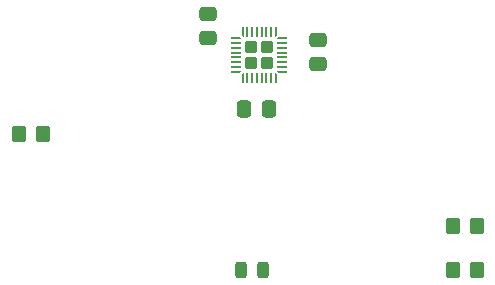
<source format=gbr>
%TF.GenerationSoftware,KiCad,Pcbnew,8.0.7+1*%
%TF.CreationDate,2025-02-19T14:48:18+01:00*%
%TF.ProjectId,ts15-rpi-shield,74733135-2d72-4706-992d-736869656c64,rev?*%
%TF.SameCoordinates,Original*%
%TF.FileFunction,Paste,Top*%
%TF.FilePolarity,Positive*%
%FSLAX46Y46*%
G04 Gerber Fmt 4.6, Leading zero omitted, Abs format (unit mm)*
G04 Created by KiCad (PCBNEW 8.0.7+1) date 2025-02-19 14:48:18*
%MOMM*%
%LPD*%
G01*
G04 APERTURE LIST*
G04 Aperture macros list*
%AMRoundRect*
0 Rectangle with rounded corners*
0 $1 Rounding radius*
0 $2 $3 $4 $5 $6 $7 $8 $9 X,Y pos of 4 corners*
0 Add a 4 corners polygon primitive as box body*
4,1,4,$2,$3,$4,$5,$6,$7,$8,$9,$2,$3,0*
0 Add four circle primitives for the rounded corners*
1,1,$1+$1,$2,$3*
1,1,$1+$1,$4,$5*
1,1,$1+$1,$6,$7*
1,1,$1+$1,$8,$9*
0 Add four rect primitives between the rounded corners*
20,1,$1+$1,$2,$3,$4,$5,0*
20,1,$1+$1,$4,$5,$6,$7,0*
20,1,$1+$1,$6,$7,$8,$9,0*
20,1,$1+$1,$8,$9,$2,$3,0*%
%AMFreePoly0*
4,1,14,0.314644,0.085355,0.385355,0.014644,0.400000,-0.020711,0.400000,-0.050000,0.385355,-0.085355,0.350000,-0.100000,-0.350000,-0.100000,-0.385355,-0.085355,-0.400000,-0.050000,-0.400000,0.050000,-0.385355,0.085355,-0.350000,0.100000,0.279289,0.100000,0.314644,0.085355,0.314644,0.085355,$1*%
%AMFreePoly1*
4,1,14,0.385355,0.085355,0.400000,0.050000,0.400000,0.020711,0.385355,-0.014644,0.314644,-0.085355,0.279289,-0.100000,-0.350000,-0.100000,-0.385355,-0.085355,-0.400000,-0.050000,-0.400000,0.050000,-0.385355,0.085355,-0.350000,0.100000,0.350000,0.100000,0.385355,0.085355,0.385355,0.085355,$1*%
%AMFreePoly2*
4,1,14,0.085355,0.385355,0.100000,0.350000,0.100000,-0.350000,0.085355,-0.385355,0.050000,-0.400000,-0.050000,-0.400000,-0.085355,-0.385355,-0.100000,-0.350000,-0.100000,0.279289,-0.085355,0.314644,-0.014644,0.385355,0.020711,0.400000,0.050000,0.400000,0.085355,0.385355,0.085355,0.385355,$1*%
%AMFreePoly3*
4,1,14,0.014644,0.385355,0.085355,0.314644,0.100000,0.279289,0.100000,-0.350000,0.085355,-0.385355,0.050000,-0.400000,-0.050000,-0.400000,-0.085355,-0.385355,-0.100000,-0.350000,-0.100000,0.350000,-0.085355,0.385355,-0.050000,0.400000,-0.020711,0.400000,0.014644,0.385355,0.014644,0.385355,$1*%
%AMFreePoly4*
4,1,14,0.385355,0.085355,0.400000,0.050000,0.400000,-0.050000,0.385355,-0.085355,0.350000,-0.100000,-0.279289,-0.100000,-0.314644,-0.085355,-0.385355,-0.014644,-0.400000,0.020711,-0.400000,0.050000,-0.385355,0.085355,-0.350000,0.100000,0.350000,0.100000,0.385355,0.085355,0.385355,0.085355,$1*%
%AMFreePoly5*
4,1,14,0.385355,0.085355,0.400000,0.050000,0.400000,-0.050000,0.385355,-0.085355,0.350000,-0.100000,-0.350000,-0.100000,-0.385355,-0.085355,-0.400000,-0.050000,-0.400000,-0.020711,-0.385355,0.014644,-0.314644,0.085355,-0.279289,0.100000,0.350000,0.100000,0.385355,0.085355,0.385355,0.085355,$1*%
%AMFreePoly6*
4,1,14,0.085355,0.385355,0.100000,0.350000,0.100000,-0.279289,0.085355,-0.314644,0.014644,-0.385355,-0.020711,-0.400000,-0.050000,-0.400000,-0.085355,-0.385355,-0.100000,-0.350000,-0.100000,0.350000,-0.085355,0.385355,-0.050000,0.400000,0.050000,0.400000,0.085355,0.385355,0.085355,0.385355,$1*%
%AMFreePoly7*
4,1,14,0.085355,0.385355,0.100000,0.350000,0.100000,-0.350000,0.085355,-0.385355,0.050000,-0.400000,0.020711,-0.400000,-0.014644,-0.385355,-0.085355,-0.314644,-0.100000,-0.279289,-0.100000,0.350000,-0.085355,0.385355,-0.050000,0.400000,0.050000,0.400000,0.085355,0.385355,0.085355,0.385355,$1*%
G04 Aperture macros list end*
%ADD10RoundRect,0.250000X0.475000X-0.337500X0.475000X0.337500X-0.475000X0.337500X-0.475000X-0.337500X0*%
%ADD11RoundRect,0.250000X0.337500X0.475000X-0.337500X0.475000X-0.337500X-0.475000X0.337500X-0.475000X0*%
%ADD12RoundRect,0.250000X-0.350000X-0.450000X0.350000X-0.450000X0.350000X0.450000X-0.350000X0.450000X0*%
%ADD13RoundRect,0.243750X-0.243750X-0.456250X0.243750X-0.456250X0.243750X0.456250X-0.243750X0.456250X0*%
%ADD14RoundRect,0.250000X-0.285000X-0.285000X0.285000X-0.285000X0.285000X0.285000X-0.285000X0.285000X0*%
%ADD15FreePoly0,0.000000*%
%ADD16RoundRect,0.050000X-0.350000X-0.050000X0.350000X-0.050000X0.350000X0.050000X-0.350000X0.050000X0*%
%ADD17FreePoly1,0.000000*%
%ADD18FreePoly2,0.000000*%
%ADD19RoundRect,0.050000X-0.050000X-0.350000X0.050000X-0.350000X0.050000X0.350000X-0.050000X0.350000X0*%
%ADD20FreePoly3,0.000000*%
%ADD21FreePoly4,0.000000*%
%ADD22FreePoly5,0.000000*%
%ADD23FreePoly6,0.000000*%
%ADD24FreePoly7,0.000000*%
G04 APERTURE END LIST*
D10*
%TO.C,C3*%
X146100000Y-99837500D03*
X146100000Y-97762500D03*
%TD*%
%TO.C,C2*%
X136800000Y-97637500D03*
X136800000Y-95562500D03*
%TD*%
D11*
%TO.C,C1*%
X141925000Y-103600000D03*
X139850000Y-103600000D03*
%TD*%
D12*
%TO.C,R3*%
X120750000Y-105750000D03*
X122750000Y-105750000D03*
%TD*%
%TO.C,R1*%
X157500000Y-117250000D03*
X159500000Y-117250000D03*
%TD*%
D13*
%TO.C,D1*%
X139562500Y-117250000D03*
X141437500Y-117250000D03*
%TD*%
D12*
%TO.C,R2*%
X157500000Y-113500000D03*
X159500000Y-113500000D03*
%TD*%
D14*
%TO.C,IC1*%
X140440000Y-98390000D03*
X140440000Y-99710000D03*
X141760000Y-98390000D03*
X141760000Y-99710000D03*
D15*
X139150000Y-97650000D03*
D16*
X139150000Y-98050000D03*
X139150000Y-98450000D03*
X139150000Y-98850000D03*
X139150000Y-99250000D03*
X139150000Y-99650000D03*
X139150000Y-100050000D03*
D17*
X139150000Y-100450000D03*
D18*
X139700000Y-101000000D03*
D19*
X140100000Y-101000000D03*
X140500000Y-101000000D03*
X140900000Y-101000000D03*
X141300000Y-101000000D03*
X141700000Y-101000000D03*
X142100000Y-101000000D03*
D20*
X142500000Y-101000000D03*
D21*
X143050000Y-100450000D03*
D16*
X143050000Y-100050000D03*
X143050000Y-99650000D03*
X143050000Y-99250000D03*
X143050000Y-98850000D03*
X143050000Y-98450000D03*
X143050000Y-98050000D03*
D22*
X143050000Y-97650000D03*
D23*
X142500000Y-97100000D03*
D19*
X142100000Y-97100000D03*
X141700000Y-97100000D03*
X141300000Y-97100000D03*
X140900000Y-97100000D03*
X140500000Y-97100000D03*
X140100000Y-97100000D03*
D24*
X139700000Y-97100000D03*
%TD*%
M02*

</source>
